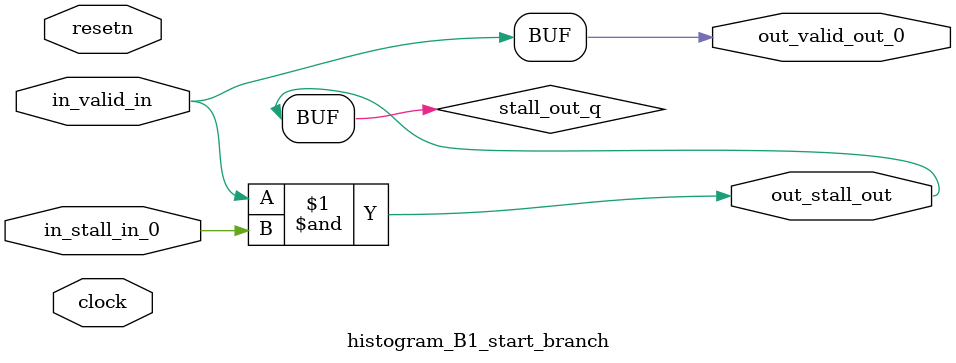
<source format=sv>



(* altera_attribute = "-name AUTO_SHIFT_REGISTER_RECOGNITION OFF; -name MESSAGE_DISABLE 10036; -name MESSAGE_DISABLE 10037; -name MESSAGE_DISABLE 14130; -name MESSAGE_DISABLE 14320; -name MESSAGE_DISABLE 15400; -name MESSAGE_DISABLE 14130; -name MESSAGE_DISABLE 10036; -name MESSAGE_DISABLE 12020; -name MESSAGE_DISABLE 12030; -name MESSAGE_DISABLE 12010; -name MESSAGE_DISABLE 12110; -name MESSAGE_DISABLE 14320; -name MESSAGE_DISABLE 13410; -name MESSAGE_DISABLE 113007; -name MESSAGE_DISABLE 10958" *)
module histogram_B1_start_branch (
    input wire [0:0] in_stall_in_0,
    input wire [0:0] in_valid_in,
    output wire [0:0] out_stall_out,
    output wire [0:0] out_valid_out_0,
    input wire clock,
    input wire resetn
    );

    wire [0:0] stall_out_q;


    // stall_out(LOGICAL,6)
    assign stall_out_q = in_valid_in & in_stall_in_0;

    // out_stall_out(GPOUT,4)
    assign out_stall_out = stall_out_q;

    // out_valid_out_0(GPOUT,5)
    assign out_valid_out_0 = in_valid_in;

endmodule

</source>
